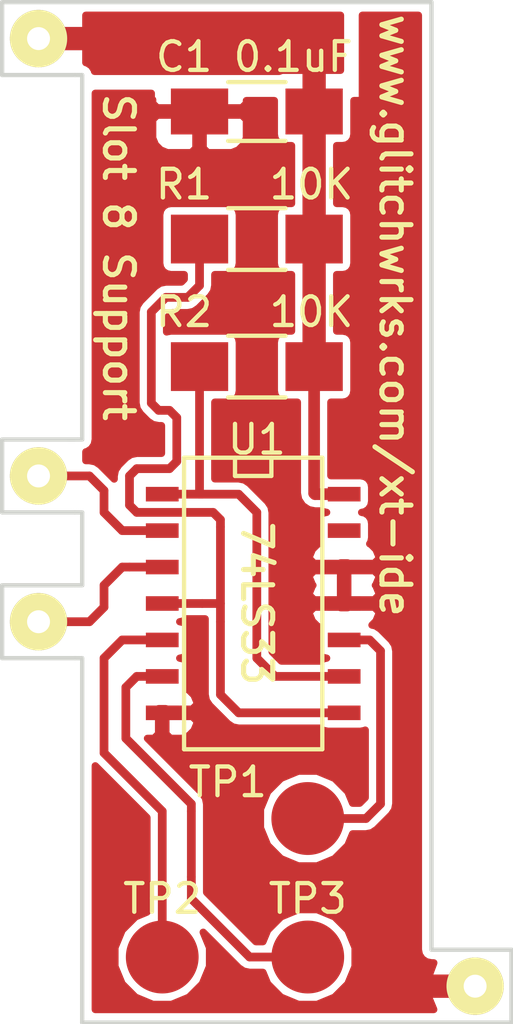
<source format=kicad_pcb>
(kicad_pcb (version 4) (host pcbnew 4.0.4-stable)

  (general
    (links 17)
    (no_connects 0)
    (area 113.957619 89.581428 136.965 128.858571)
    (thickness 1.6)
    (drawings 24)
    (tracks 75)
    (zones 0)
    (modules 11)
    (nets 10)
  )

  (page A4)
  (layers
    (0 F.Cu signal)
    (31 B.Cu signal)
    (32 B.Adhes user)
    (33 F.Adhes user)
    (34 B.Paste user)
    (35 F.Paste user)
    (36 B.SilkS user)
    (37 F.SilkS user)
    (38 B.Mask user hide)
    (39 F.Mask user)
    (40 Dwgs.User user)
    (41 Cmts.User user)
    (42 Eco1.User user)
    (43 Eco2.User user)
    (44 Edge.Cuts user)
    (45 Margin user)
    (46 B.CrtYd user)
    (47 F.CrtYd user)
    (48 B.Fab user)
    (49 F.Fab user)
  )

  (setup
    (last_trace_width 0.25)
    (user_trace_width 0.1524)
    (user_trace_width 0.2032)
    (user_trace_width 0.3048)
    (user_trace_width 0.4064)
    (user_trace_width 0.6096)
    (user_trace_width 0.8128)
    (trace_clearance 0.2)
    (zone_clearance 0.254)
    (zone_45_only no)
    (trace_min 0.1524)
    (segment_width 0.2)
    (edge_width 0.15)
    (via_size 0.6)
    (via_drill 0.4)
    (via_min_size 0.4)
    (via_min_drill 0.3)
    (uvia_size 0.3)
    (uvia_drill 0.1)
    (uvias_allowed no)
    (uvia_min_size 0)
    (uvia_min_drill 0)
    (pcb_text_width 0.3)
    (pcb_text_size 1.5 1.5)
    (mod_edge_width 0.15)
    (mod_text_size 1 1)
    (mod_text_width 0.15)
    (pad_size 1.524 1.524)
    (pad_drill 0.762)
    (pad_to_mask_clearance 0.127)
    (aux_axis_origin 0 0)
    (visible_elements FFFFFF7F)
    (pcbplotparams
      (layerselection 0x010e0_00000001)
      (usegerberextensions false)
      (excludeedgelayer true)
      (linewidth 0.100000)
      (plotframeref false)
      (viasonmask false)
      (mode 1)
      (useauxorigin false)
      (hpglpennumber 1)
      (hpglpenspeed 20)
      (hpglpendiameter 15)
      (hpglpenoverlay 2)
      (psnegative false)
      (psa4output false)
      (plotreference true)
      (plotvalue true)
      (plotinvisibletext false)
      (padsonsilk false)
      (subtractmaskfromsilk false)
      (outputformat 1)
      (mirror false)
      (drillshape 0)
      (scaleselection 1)
      (outputdirectory gerbers/silkscreen/))
  )

  (net 0 "")
  (net 1 VCC)
  (net 2 GND)
  (net 3 "Net-(R1-Pad2)")
  (net 4 "Net-(R2-Pad2)")
  (net 5 "Net-(TP1-Pad1)")
  (net 6 "Net-(TP2-Pad1)")
  (net 7 "Net-(TP3-Pad1)")
  (net 8 "Net-(/CS_ROM1-Pad1)")
  (net 9 "Net-(/MEMR1-Pad1)")

  (net_class Default "This is the default net class."
    (clearance 0.2)
    (trace_width 0.25)
    (via_dia 0.6)
    (via_drill 0.4)
    (uvia_dia 0.3)
    (uvia_drill 0.1)
    (add_net GND)
    (add_net "Net-(/CS_ROM1-Pad1)")
    (add_net "Net-(/MEMR1-Pad1)")
    (add_net "Net-(R1-Pad2)")
    (add_net "Net-(R2-Pad2)")
    (add_net "Net-(TP1-Pad1)")
    (add_net "Net-(TP2-Pad1)")
    (add_net "Net-(TP3-Pad1)")
    (add_net VCC)
  )

  (module Capacitors_SMD:C_1206_HandSoldering (layer F.Cu) (tedit 5898A193) (tstamp 57D988B4)
    (at 125.73 95.25 180)
    (descr "Capacitor SMD 1206, hand soldering")
    (tags "capacitor 1206")
    (path /57D989F8)
    (attr smd)
    (fp_text reference C1 (at 2.54 1.905 180) (layer F.SilkS)
      (effects (font (size 1 1) (thickness 0.15)))
    )
    (fp_text value 0.1uF (at -1.27 1.905 180) (layer F.SilkS)
      (effects (font (size 1 1) (thickness 0.15)))
    )
    (fp_line (start -3.3 -1.15) (end 3.3 -1.15) (layer F.CrtYd) (width 0.05))
    (fp_line (start -3.3 1.15) (end 3.3 1.15) (layer F.CrtYd) (width 0.05))
    (fp_line (start -3.3 -1.15) (end -3.3 1.15) (layer F.CrtYd) (width 0.05))
    (fp_line (start 3.3 -1.15) (end 3.3 1.15) (layer F.CrtYd) (width 0.05))
    (fp_line (start 1 -1.025) (end -1 -1.025) (layer F.SilkS) (width 0.15))
    (fp_line (start -1 1.025) (end 1 1.025) (layer F.SilkS) (width 0.15))
    (pad 1 smd rect (at -2 0 180) (size 2 1.6) (layers F.Cu F.Paste F.Mask)
      (net 1 VCC))
    (pad 2 smd rect (at 2 0 180) (size 2 1.6) (layers F.Cu F.Paste F.Mask)
      (net 2 GND))
    (model Capacitors_SMD.3dshapes/C_1206_HandSoldering.wrl
      (at (xyz 0 0 0))
      (scale (xyz 1 1 1))
      (rotate (xyz 0 0 0))
    )
  )

  (module Resistors_SMD:R_1206_HandSoldering (layer F.Cu) (tedit 57D9B5BD) (tstamp 57D988D8)
    (at 125.73 99.695 180)
    (descr "Resistor SMD 1206, hand soldering")
    (tags "resistor 1206")
    (path /57D98A6B)
    (attr smd)
    (fp_text reference R1 (at 2.54 1.905 180) (layer F.SilkS)
      (effects (font (size 1 1) (thickness 0.15)))
    )
    (fp_text value 10K (at -1.905 1.905 180) (layer F.SilkS)
      (effects (font (size 1 1) (thickness 0.15)))
    )
    (fp_line (start -3.3 -1.2) (end 3.3 -1.2) (layer F.CrtYd) (width 0.05))
    (fp_line (start -3.3 1.2) (end 3.3 1.2) (layer F.CrtYd) (width 0.05))
    (fp_line (start -3.3 -1.2) (end -3.3 1.2) (layer F.CrtYd) (width 0.05))
    (fp_line (start 3.3 -1.2) (end 3.3 1.2) (layer F.CrtYd) (width 0.05))
    (fp_line (start 1 1.075) (end -1 1.075) (layer F.SilkS) (width 0.15))
    (fp_line (start -1 -1.075) (end 1 -1.075) (layer F.SilkS) (width 0.15))
    (pad 1 smd rect (at -2 0 180) (size 2 1.7) (layers F.Cu F.Paste F.Mask)
      (net 1 VCC))
    (pad 2 smd rect (at 2 0 180) (size 2 1.7) (layers F.Cu F.Paste F.Mask)
      (net 3 "Net-(R1-Pad2)"))
    (model Resistors_SMD.3dshapes/R_1206_HandSoldering.wrl
      (at (xyz 0 0 0))
      (scale (xyz 1 1 1))
      (rotate (xyz 0 0 0))
    )
  )

  (module Resistors_SMD:R_1206_HandSoldering (layer F.Cu) (tedit 57D9B5BF) (tstamp 57D988DE)
    (at 125.73 104.14 180)
    (descr "Resistor SMD 1206, hand soldering")
    (tags "resistor 1206")
    (path /57D98AAD)
    (attr smd)
    (fp_text reference R2 (at 2.54 1.905 180) (layer F.SilkS)
      (effects (font (size 1 1) (thickness 0.15)))
    )
    (fp_text value 10K (at -1.905 1.905 180) (layer F.SilkS)
      (effects (font (size 1 1) (thickness 0.15)))
    )
    (fp_line (start -3.3 -1.2) (end 3.3 -1.2) (layer F.CrtYd) (width 0.05))
    (fp_line (start -3.3 1.2) (end 3.3 1.2) (layer F.CrtYd) (width 0.05))
    (fp_line (start -3.3 -1.2) (end -3.3 1.2) (layer F.CrtYd) (width 0.05))
    (fp_line (start 3.3 -1.2) (end 3.3 1.2) (layer F.CrtYd) (width 0.05))
    (fp_line (start 1 1.075) (end -1 1.075) (layer F.SilkS) (width 0.15))
    (fp_line (start -1 -1.075) (end 1 -1.075) (layer F.SilkS) (width 0.15))
    (pad 1 smd rect (at -2 0 180) (size 2 1.7) (layers F.Cu F.Paste F.Mask)
      (net 1 VCC))
    (pad 2 smd rect (at 2 0 180) (size 2 1.7) (layers F.Cu F.Paste F.Mask)
      (net 4 "Net-(R2-Pad2)"))
    (model Resistors_SMD.3dshapes/R_1206_HandSoldering.wrl
      (at (xyz 0 0 0))
      (scale (xyz 1 1 1))
      (rotate (xyz 0 0 0))
    )
  )

  (module SMD_Packages:SOIC-14_N (layer F.Cu) (tedit 5898A24D) (tstamp 57D988F0)
    (at 125.73 112.395 270)
    (descr "Module CMS SOJ 14 pins Large")
    (tags "CMS SOJ")
    (path /57D986CD)
    (attr smd)
    (fp_text reference U1 (at -5.715 0 360) (layer F.SilkS)
      (effects (font (size 1 1) (thickness 0.15)))
    )
    (fp_text value 74LS33 (at 0 0 270) (layer F.SilkS) hide
      (effects (font (size 1 1) (thickness 0.15)))
    )
    (fp_line (start 5.08 -2.286) (end 5.08 2.54) (layer F.SilkS) (width 0.15))
    (fp_line (start 5.08 2.54) (end -5.08 2.54) (layer F.SilkS) (width 0.15))
    (fp_line (start -5.08 2.54) (end -5.08 -2.286) (layer F.SilkS) (width 0.15))
    (fp_line (start -5.08 -2.286) (end 5.08 -2.286) (layer F.SilkS) (width 0.15))
    (fp_line (start -5.08 -0.508) (end -4.445 -0.508) (layer F.SilkS) (width 0.15))
    (fp_line (start -4.445 -0.508) (end -4.445 0.762) (layer F.SilkS) (width 0.15))
    (fp_line (start -4.445 0.762) (end -5.08 0.762) (layer F.SilkS) (width 0.15))
    (pad 1 smd rect (at -3.81 3.302 270) (size 0.508 1.143) (layers F.Cu F.Paste F.Mask)
      (net 4 "Net-(R2-Pad2)"))
    (pad 2 smd rect (at -2.54 3.302 270) (size 0.508 1.143) (layers F.Cu F.Paste F.Mask)
      (net 9 "Net-(/MEMR1-Pad1)"))
    (pad 3 smd rect (at -1.27 3.302 270) (size 0.508 1.143) (layers F.Cu F.Paste F.Mask)
      (net 8 "Net-(/CS_ROM1-Pad1)"))
    (pad 4 smd rect (at 0 3.302 270) (size 0.508 1.143) (layers F.Cu F.Paste F.Mask)
      (net 3 "Net-(R1-Pad2)"))
    (pad 5 smd rect (at 1.27 3.302 270) (size 0.508 1.143) (layers F.Cu F.Paste F.Mask)
      (net 6 "Net-(TP2-Pad1)"))
    (pad 6 smd rect (at 2.54 3.302 270) (size 0.508 1.143) (layers F.Cu F.Paste F.Mask)
      (net 7 "Net-(TP3-Pad1)"))
    (pad 7 smd rect (at 3.81 3.302 270) (size 0.508 1.143) (layers F.Cu F.Paste F.Mask)
      (net 2 GND))
    (pad 8 smd rect (at 3.81 -3.048 270) (size 0.508 1.143) (layers F.Cu F.Paste F.Mask)
      (net 3 "Net-(R1-Pad2)"))
    (pad 9 smd rect (at 2.54 -3.048 270) (size 0.508 1.143) (layers F.Cu F.Paste F.Mask)
      (net 4 "Net-(R2-Pad2)"))
    (pad 11 smd rect (at 0 -3.048 270) (size 0.508 1.143) (layers F.Cu F.Paste F.Mask)
      (net 2 GND))
    (pad 12 smd rect (at -1.27 -3.048 270) (size 0.508 1.143) (layers F.Cu F.Paste F.Mask)
      (net 2 GND))
    (pad 13 smd rect (at -2.54 -3.048 270) (size 0.508 1.143) (layers F.Cu F.Paste F.Mask))
    (pad 14 smd rect (at -3.81 -3.048 270) (size 0.508 1.143) (layers F.Cu F.Paste F.Mask)
      (net 1 VCC))
    (pad 10 smd rect (at 1.27 -3.048 270) (size 0.508 1.143) (layers F.Cu F.Paste F.Mask)
      (net 5 "Net-(TP1-Pad1)"))
    (model SMD_Packages.3dshapes/SOIC-14_N.wrl
      (at (xyz 0 0 0))
      (scale (xyz 0.5 0.4 0.5))
      (rotate (xyz 0 0 0))
    )
  )

  (module Wire_Pads:SolderWirePad_single_0-8mmDrill (layer F.Cu) (tedit 57D99FA1) (tstamp 57D99D58)
    (at 118.11 92.71 90)
    (path /57D98F25)
    (fp_text reference P6 (at 0 -2.54 90) (layer F.SilkS) hide
      (effects (font (size 1 1) (thickness 0.15)))
    )
    (fp_text value CONN_1 (at 0 2.54 90) (layer F.Fab) hide
      (effects (font (size 1 1) (thickness 0.15)))
    )
    (pad 1 thru_hole circle (at 0 0 90) (size 1.99898 1.99898) (drill 0.8001) (layers *.Cu *.Mask F.SilkS)
      (net 1 VCC))
  )

  (module Wire_Pads:SolderWirePad_single_0-8mmDrill (layer F.Cu) (tedit 57D99DFC) (tstamp 57D99D5C)
    (at 133.35 125.73 270)
    (path /57D98FA9)
    (fp_text reference P7 (at 0 -2.54 270) (layer F.SilkS) hide
      (effects (font (size 1 1) (thickness 0.15)))
    )
    (fp_text value CONN_1 (at 0 2.54 270) (layer F.Fab) hide
      (effects (font (size 1 1) (thickness 0.15)))
    )
    (pad 1 thru_hole circle (at 0 0 270) (size 1.99898 1.99898) (drill 0.8001) (layers *.Cu *.Mask F.SilkS)
      (net 2 GND))
  )

  (module testpoints:SMD_TESTPOINT (layer F.Cu) (tedit 57D9A410) (tstamp 57D9A40E)
    (at 127.508 119.888)
    (path /57D98844)
    (fp_text reference TP1 (at -2.794 -1.27) (layer F.SilkS)
      (effects (font (size 1 1) (thickness 0.15)))
    )
    (fp_text value CONN_1 (at 0 -2) (layer F.Fab) hide
      (effects (font (size 1 1) (thickness 0.15)))
    )
    (pad 1 smd circle (at 0 0) (size 2.54 2.54) (layers F.Cu F.Paste F.Mask)
      (net 5 "Net-(TP1-Pad1)"))
  )

  (module testpoints:SMD_TESTPOINT (layer F.Cu) (tedit 57D9A413) (tstamp 57D9A413)
    (at 122.428 124.714)
    (path /57D9892A)
    (fp_text reference TP2 (at 0 -2.032) (layer F.SilkS)
      (effects (font (size 1 1) (thickness 0.15)))
    )
    (fp_text value CONN_1 (at 0 -2) (layer F.Fab) hide
      (effects (font (size 1 1) (thickness 0.15)))
    )
    (pad 1 smd circle (at 0 0) (size 2.54 2.54) (layers F.Cu F.Paste F.Mask)
      (net 6 "Net-(TP2-Pad1)"))
  )

  (module testpoints:SMD_TESTPOINT (layer F.Cu) (tedit 57D9A415) (tstamp 57D9A418)
    (at 127.508 124.714)
    (path /57D9895B)
    (fp_text reference TP3 (at 0 -2.032) (layer F.SilkS)
      (effects (font (size 1 1) (thickness 0.15)))
    )
    (fp_text value CONN_1 (at 0 -2) (layer F.Fab) hide
      (effects (font (size 1 1) (thickness 0.15)))
    )
    (pad 1 smd circle (at 0 0) (size 2.54 2.54) (layers F.Cu F.Paste F.Mask)
      (net 7 "Net-(TP3-Pad1)"))
  )

  (module Wire_Pads:SolderWirePad_single_0-8mmDrill (layer F.Cu) (tedit 57D9FCEE) (tstamp 57D9FCDC)
    (at 118.11 113.03)
    (path /57D988DB)
    (fp_text reference /CS_ROM1 (at 0 -2.54) (layer F.SilkS) hide
      (effects (font (size 1 1) (thickness 0.15)))
    )
    (fp_text value CONN_1 (at 0 2.54) (layer F.Fab) hide
      (effects (font (size 1 1) (thickness 0.15)))
    )
    (pad 1 thru_hole circle (at 0 0) (size 1.99898 1.99898) (drill 0.8001) (layers *.Cu *.Mask F.SilkS)
      (net 8 "Net-(/CS_ROM1-Pad1)"))
  )

  (module Wire_Pads:SolderWirePad_single_0-8mmDrill (layer F.Cu) (tedit 57D9FCEC) (tstamp 57D9FCE1)
    (at 118.11 107.95)
    (path /57D988A6)
    (fp_text reference /MEMR1 (at 0 -2.54) (layer F.SilkS) hide
      (effects (font (size 1 1) (thickness 0.15)))
    )
    (fp_text value CONN_1 (at 0 2.54) (layer F.Fab) hide
      (effects (font (size 1 1) (thickness 0.15)))
    )
    (pad 1 thru_hole circle (at 0 0) (size 1.99898 1.99898) (drill 0.8001) (layers *.Cu *.Mask F.SilkS)
      (net 9 "Net-(/MEMR1-Pad1)"))
  )

  (gr_text 74LS33 (at 125.73 112.395 270) (layer F.SilkS)
    (effects (font (size 1.016 1.016) (thickness 0.1778)))
  )
  (gr_text "Slot 8 Support" (at 120.904 100.33 270) (layer F.SilkS)
    (effects (font (size 1.016 1.016) (thickness 0.1778)))
  )
  (gr_text www.glitchwrks.com/xt-ide (at 130.556 102.362 270) (layer F.SilkS)
    (effects (font (size 1.016 1.016) (thickness 0.1778)))
  )
  (gr_line (start 119.634 93.98) (end 119.38 93.98) (angle 90) (layer Edge.Cuts) (width 0.15))
  (gr_line (start 119.634 106.68) (end 119.126 106.68) (angle 90) (layer Edge.Cuts) (width 0.15))
  (gr_line (start 119.634 109.22) (end 119.38 109.22) (angle 90) (layer Edge.Cuts) (width 0.15))
  (gr_line (start 119.634 111.76) (end 119.38 111.76) (angle 90) (layer Edge.Cuts) (width 0.15))
  (gr_line (start 119.634 114.3) (end 119.38 114.3) (angle 90) (layer Edge.Cuts) (width 0.15))
  (gr_line (start 134.62 127) (end 119.634 127) (angle 90) (layer Edge.Cuts) (width 0.15))
  (gr_line (start 134.62 127) (end 134.62 124.46) (angle 90) (layer Edge.Cuts) (width 0.15))
  (gr_line (start 119.634 114.3) (end 119.634 127) (angle 90) (layer Edge.Cuts) (width 0.15))
  (gr_line (start 116.84 114.3) (end 119.38 114.3) (angle 90) (layer Edge.Cuts) (width 0.15))
  (gr_line (start 116.84 111.76) (end 116.84 114.3) (angle 90) (layer Edge.Cuts) (width 0.15))
  (gr_line (start 119.38 111.76) (end 116.84 111.76) (angle 90) (layer Edge.Cuts) (width 0.15))
  (gr_line (start 119.634 109.22) (end 119.634 111.76) (angle 90) (layer Edge.Cuts) (width 0.15))
  (gr_line (start 116.84 109.22) (end 119.38 109.22) (angle 90) (layer Edge.Cuts) (width 0.15))
  (gr_line (start 116.84 106.68) (end 116.84 109.22) (angle 90) (layer Edge.Cuts) (width 0.15))
  (gr_line (start 119.38 106.68) (end 116.84 106.68) (angle 90) (layer Edge.Cuts) (width 0.15))
  (gr_line (start 119.634 93.98) (end 119.634 106.68) (angle 90) (layer Edge.Cuts) (width 0.15))
  (gr_line (start 116.84 93.98) (end 119.38 93.98) (angle 90) (layer Edge.Cuts) (width 0.15))
  (gr_line (start 116.84 91.44) (end 116.84 93.98) (angle 90) (layer Edge.Cuts) (width 0.15))
  (gr_line (start 131.826 91.44) (end 116.84 91.44) (angle 90) (layer Edge.Cuts) (width 0.15))
  (gr_line (start 131.826 124.46) (end 131.826 91.44) (angle 90) (layer Edge.Cuts) (width 0.15))
  (gr_line (start 134.62 124.46) (end 131.826 124.46) (angle 90) (layer Edge.Cuts) (width 0.15))

  (segment (start 127.73 95.25) (end 127.73 92.996) (width 0.8128) (layer F.Cu) (net 1))
  (segment (start 127.73 92.996) (end 127.762 92.964) (width 0.8128) (layer F.Cu) (net 1) (tstamp 5898A147))
  (segment (start 118.11 92.71) (end 120.396 92.71) (width 0.8128) (layer F.Cu) (net 1))
  (segment (start 127.73 99.695) (end 127.73 95.25) (width 0.8128) (layer F.Cu) (net 1))
  (segment (start 127.73 104.14) (end 127.73 99.695) (width 0.8128) (layer F.Cu) (net 1))
  (segment (start 128.778 108.585) (end 127.762 108.585) (width 0.4064) (layer F.Cu) (net 1))
  (segment (start 127.762 108.585) (end 127.73 108.553) (width 0.4064) (layer F.Cu) (net 1) (tstamp 57D99A2C))
  (segment (start 127.73 108.553) (end 127.73 104.14) (width 0.4064) (layer F.Cu) (net 1) (tstamp 57D99A31))
  (segment (start 127.635 104.775) (end 127.73 104.14) (width 0.4064) (layer F.Cu) (net 1) (tstamp 57D996F2))
  (segment (start 133.35 125.73) (end 130.81 125.73) (width 0.8128) (layer F.Cu) (net 2))
  (segment (start 124.206 109.22) (end 121.539 109.22) (width 0.3048) (layer F.Cu) (net 3))
  (segment (start 124.46 109.474) (end 124.206 109.22) (width 0.3048) (layer F.Cu) (net 3) (tstamp 57D9B516))
  (segment (start 124.46 112.395) (end 124.46 109.728) (width 0.3048) (layer F.Cu) (net 3) (tstamp 57D998A6))
  (segment (start 124.46 109.728) (end 124.46 109.474) (width 0.3048) (layer F.Cu) (net 3))
  (segment (start 123.73 101.314) (end 123.73 99.695) (width 0.3048) (layer F.Cu) (net 3) (tstamp 57D9FDFB))
  (segment (start 123.317 101.727) (end 123.73 101.314) (width 0.3048) (layer F.Cu) (net 3) (tstamp 57D9FDF5))
  (segment (start 122.555 101.727) (end 123.317 101.727) (width 0.3048) (layer F.Cu) (net 3) (tstamp 57D9FDF2))
  (segment (start 122.047 102.235) (end 122.555 101.727) (width 0.3048) (layer F.Cu) (net 3) (tstamp 57D9FDED))
  (segment (start 122.047 105.41) (end 122.047 102.235) (width 0.3048) (layer F.Cu) (net 3) (tstamp 57D9FDD7))
  (segment (start 122.301 105.664) (end 122.047 105.41) (width 0.3048) (layer F.Cu) (net 3) (tstamp 57D9FDD6))
  (segment (start 122.682 105.664) (end 122.301 105.664) (width 0.3048) (layer F.Cu) (net 3) (tstamp 57D9FDD4))
  (segment (start 122.936 105.918) (end 122.682 105.664) (width 0.3048) (layer F.Cu) (net 3) (tstamp 57D9FDD2))
  (segment (start 122.936 107.442) (end 122.936 105.918) (width 0.3048) (layer F.Cu) (net 3) (tstamp 57D9FDD0))
  (segment (start 122.682 107.696) (end 122.936 107.442) (width 0.3048) (layer F.Cu) (net 3) (tstamp 57D9FDCE))
  (segment (start 121.539 107.696) (end 122.682 107.696) (width 0.3048) (layer F.Cu) (net 3) (tstamp 57D9FDCB))
  (segment (start 121.285 107.95) (end 121.539 107.696) (width 0.3048) (layer F.Cu) (net 3) (tstamp 57D9FDCA))
  (segment (start 121.285 108.966) (end 121.285 107.95) (width 0.3048) (layer F.Cu) (net 3) (tstamp 57D9FDC7))
  (segment (start 121.539 109.22) (end 121.285 108.966) (width 0.3048) (layer F.Cu) (net 3) (tstamp 57D9FDC4))
  (segment (start 124.46 112.395) (end 123.825 112.395) (width 0.3048) (layer F.Cu) (net 3))
  (segment (start 123.825 112.395) (end 122.428 112.395) (width 0.3048) (layer F.Cu) (net 3))
  (segment (start 124.46 113.03) (end 124.46 112.395) (width 0.3048) (layer F.Cu) (net 3))
  (segment (start 124.46 113.03) (end 124.46 115.57) (width 0.3048) (layer F.Cu) (net 3) (tstamp 57D994D5))
  (segment (start 124.46 115.57) (end 125.095 116.205) (width 0.3048) (layer F.Cu) (net 3) (tstamp 57D994D6))
  (segment (start 128.778 116.205) (end 125.095 116.205) (width 0.3048) (layer F.Cu) (net 3) (tstamp 57D994D7))
  (segment (start 123.73 104.14) (end 123.73 108.585) (width 0.3048) (layer F.Cu) (net 4))
  (segment (start 128.778 114.935) (end 126.365 114.935) (width 0.3048) (layer F.Cu) (net 4))
  (segment (start 126.365 114.935) (end 125.73 114.3) (width 0.3048) (layer F.Cu) (net 4) (tstamp 57D996F8))
  (segment (start 125.73 114.3) (end 125.73 109.22) (width 0.3048) (layer F.Cu) (net 4) (tstamp 57D996F9))
  (segment (start 125.73 109.22) (end 125.095 108.585) (width 0.3048) (layer F.Cu) (net 4) (tstamp 57D996FA))
  (segment (start 125.095 108.585) (end 123.73 108.585) (width 0.3048) (layer F.Cu) (net 4) (tstamp 57D996FB))
  (segment (start 123.19 108.585) (end 122.428 108.585) (width 0.3048) (layer F.Cu) (net 4))
  (segment (start 123.825 108.585) (end 123.19 108.585) (width 0.3048) (layer F.Cu) (net 4) (tstamp 57D99700))
  (segment (start 123.73 108.585) (end 123.825 108.585) (width 0.3048) (layer F.Cu) (net 4) (tstamp 57D9B68F))
  (segment (start 123.825 104.775) (end 123.73 104.14) (width 0.3048) (layer F.Cu) (net 4) (tstamp 57D996F6))
  (segment (start 130.048 114.046) (end 130.048 119.38) (width 0.3048) (layer F.Cu) (net 5))
  (segment (start 129.667 113.665) (end 130.048 114.046) (width 0.3048) (layer F.Cu) (net 5) (tstamp 57D999E7))
  (segment (start 128.778 113.665) (end 129.667 113.665) (width 0.3048) (layer F.Cu) (net 5))
  (segment (start 129.54 119.888) (end 127.508 119.888) (width 0.3048) (layer F.Cu) (net 5) (tstamp 57D9A18D))
  (segment (start 130.048 119.38) (end 129.54 119.888) (width 0.3048) (layer F.Cu) (net 5) (tstamp 57D9A18C))
  (segment (start 122.428 113.665) (end 121.031 113.665) (width 0.3048) (layer F.Cu) (net 6))
  (segment (start 122.428 119.634) (end 122.428 124.714) (width 0.3048) (layer F.Cu) (net 6) (tstamp 57D9A1E1))
  (segment (start 120.396 117.602) (end 122.428 119.634) (width 0.3048) (layer F.Cu) (net 6) (tstamp 57D9A1DB))
  (segment (start 120.396 114.3) (end 120.396 117.602) (width 0.3048) (layer F.Cu) (net 6) (tstamp 57D9A1D2))
  (segment (start 121.031 113.665) (end 120.396 114.3) (width 0.3048) (layer F.Cu) (net 6) (tstamp 57D9A1CE))
  (segment (start 123.444 121.92) (end 123.444 122.682) (width 0.3048) (layer F.Cu) (net 7))
  (segment (start 123.444 119.38) (end 121.412 117.348) (width 0.3048) (layer F.Cu) (net 7) (tstamp 57D9A1F7))
  (segment (start 122.428 114.935) (end 121.539 114.935) (width 0.3048) (layer F.Cu) (net 7))
  (segment (start 123.444 119.634) (end 123.444 121.92) (width 0.3048) (layer F.Cu) (net 7) (tstamp 57D9A1AD))
  (segment (start 121.158 117.094) (end 121.412 117.348) (width 0.3048) (layer F.Cu) (net 7) (tstamp 57D9A1A6))
  (segment (start 121.158 115.316) (end 121.158 117.094) (width 0.3048) (layer F.Cu) (net 7) (tstamp 57D9A1A1))
  (segment (start 121.539 114.935) (end 121.158 115.316) (width 0.3048) (layer F.Cu) (net 7) (tstamp 57D9A1A0))
  (segment (start 123.444 119.634) (end 123.444 119.38) (width 0.3048) (layer F.Cu) (net 7))
  (segment (start 125.476 124.714) (end 127.508 124.714) (width 0.3048) (layer F.Cu) (net 7) (tstamp 57D9A272))
  (segment (start 123.444 122.682) (end 125.476 124.714) (width 0.3048) (layer F.Cu) (net 7) (tstamp 57D9A26F))
  (segment (start 121.285 111.125) (end 121.031 111.125) (width 0.3048) (layer F.Cu) (net 8))
  (segment (start 122.428 111.125) (end 121.285 111.125) (width 0.3048) (layer F.Cu) (net 8))
  (segment (start 119.888 113.03) (end 118.11 113.03) (width 0.3048) (layer F.Cu) (net 8) (tstamp 57D99FEF))
  (segment (start 120.396 112.522) (end 119.888 113.03) (width 0.3048) (layer F.Cu) (net 8) (tstamp 57D99FEB))
  (segment (start 120.396 111.76) (end 120.396 112.522) (width 0.3048) (layer F.Cu) (net 8) (tstamp 57D99FEA))
  (segment (start 121.031 111.125) (end 120.396 111.76) (width 0.3048) (layer F.Cu) (net 8) (tstamp 57D99FE2))
  (segment (start 122.428 109.855) (end 121.031 109.855) (width 0.3048) (layer F.Cu) (net 9))
  (segment (start 119.888 107.95) (end 118.11 107.95) (width 0.3048) (layer F.Cu) (net 9) (tstamp 57D99FDD))
  (segment (start 120.396 108.458) (end 119.888 107.95) (width 0.3048) (layer F.Cu) (net 9) (tstamp 57D99FDB))
  (segment (start 120.396 109.22) (end 120.396 108.458) (width 0.3048) (layer F.Cu) (net 9) (tstamp 57D99FDA))
  (segment (start 121.031 109.855) (end 120.396 109.22) (width 0.3048) (layer F.Cu) (net 9) (tstamp 57D99FD6))

  (zone (net 2) (net_name GND) (layer F.Cu) (tstamp 57D9FC53) (hatch edge 0.508)
    (connect_pads (clearance 0.254))
    (min_thickness 0.254)
    (fill yes (arc_segments 16) (thermal_gap 0.508) (thermal_bridge_width 0.508))
    (polygon
      (pts
        (xy 131.826 124.46) (xy 134.493 124.46) (xy 134.493 127) (xy 119.634 126.873) (xy 119.634 94.488)
        (xy 122.174 94.488) (xy 122.174 94.742) (xy 129.286 94.742) (xy 129.286 91.44) (xy 131.826 91.44)
      )
    )
    (filled_polygon
      (pts
        (xy 131.37 124.46) (xy 131.404711 124.634504) (xy 131.503559 124.782441) (xy 131.651496 124.881289) (xy 131.826 124.916)
        (xy 131.908761 124.916) (xy 131.704599 125.465582) (xy 131.728659 126.115377) (xy 131.9062 126.544) (xy 120.09 126.544)
        (xy 120.09 118.050342) (xy 121.8946 119.854942) (xy 121.8946 123.148012) (xy 121.494005 123.313534) (xy 121.029166 123.777563)
        (xy 120.777287 124.384155) (xy 120.776714 125.040963) (xy 121.027534 125.647995) (xy 121.491563 126.112834) (xy 122.098155 126.364713)
        (xy 122.754963 126.365286) (xy 123.361995 126.114466) (xy 123.826834 125.650437) (xy 124.078713 125.043845) (xy 124.079286 124.387037)
        (xy 123.857197 123.849539) (xy 125.098829 125.091171) (xy 125.271877 125.206797) (xy 125.476 125.2474) (xy 125.942012 125.2474)
        (xy 126.107534 125.647995) (xy 126.571563 126.112834) (xy 127.178155 126.364713) (xy 127.834963 126.365286) (xy 128.441995 126.114466)
        (xy 128.906834 125.650437) (xy 129.158713 125.043845) (xy 129.159286 124.387037) (xy 128.908466 123.780005) (xy 128.444437 123.315166)
        (xy 127.837845 123.063287) (xy 127.181037 123.062714) (xy 126.574005 123.313534) (xy 126.109166 123.777563) (xy 125.94181 124.1806)
        (xy 125.696942 124.1806) (xy 123.9774 122.461058) (xy 123.9774 119.38) (xy 123.936797 119.175877) (xy 123.821171 119.002829)
        (xy 121.912342 117.094) (xy 122.14225 117.094) (xy 122.301 116.93525) (xy 122.301 116.332) (xy 122.555 116.332)
        (xy 122.555 116.93525) (xy 122.71375 117.094) (xy 123.12581 117.094) (xy 123.359199 116.997327) (xy 123.537827 116.818698)
        (xy 123.6345 116.585309) (xy 123.6345 116.49075) (xy 123.47575 116.332) (xy 122.555 116.332) (xy 122.301 116.332)
        (xy 122.281 116.332) (xy 122.281 116.078) (xy 122.301 116.078) (xy 122.301 116.058) (xy 122.555 116.058)
        (xy 122.555 116.078) (xy 123.47575 116.078) (xy 123.6345 115.91925) (xy 123.6345 115.824691) (xy 123.537827 115.591302)
        (xy 123.359199 115.412673) (xy 123.319134 115.396078) (xy 123.357359 115.340134) (xy 123.387964 115.189) (xy 123.387964 114.681)
        (xy 123.361397 114.53981) (xy 123.277954 114.410135) (xy 123.150634 114.323141) (xy 123.037712 114.300274) (xy 123.14069 114.280897)
        (xy 123.270365 114.197454) (xy 123.357359 114.070134) (xy 123.387964 113.919) (xy 123.387964 113.411) (xy 123.361397 113.26981)
        (xy 123.277954 113.140135) (xy 123.150634 113.053141) (xy 123.037712 113.030274) (xy 123.14069 113.010897) (xy 123.268895 112.9284)
        (xy 123.9266 112.9284) (xy 123.9266 115.57) (xy 123.967203 115.774123) (xy 124.082829 115.947171) (xy 124.717827 116.582168)
        (xy 124.717829 116.582171) (xy 124.890877 116.697797) (xy 125.095 116.738401) (xy 125.095005 116.7384) (xy 127.940537 116.7384)
        (xy 128.055366 116.816859) (xy 128.2065 116.847464) (xy 129.3495 116.847464) (xy 129.49069 116.820897) (xy 129.5146 116.805511)
        (xy 129.5146 119.159059) (xy 129.319058 119.3546) (xy 129.073988 119.3546) (xy 128.908466 118.954005) (xy 128.444437 118.489166)
        (xy 127.837845 118.237287) (xy 127.181037 118.236714) (xy 126.574005 118.487534) (xy 126.109166 118.951563) (xy 125.857287 119.558155)
        (xy 125.856714 120.214963) (xy 126.107534 120.821995) (xy 126.571563 121.286834) (xy 127.178155 121.538713) (xy 127.834963 121.539286)
        (xy 128.441995 121.288466) (xy 128.906834 120.824437) (xy 129.07419 120.4214) (xy 129.54 120.4214) (xy 129.744123 120.380797)
        (xy 129.917171 120.265171) (xy 130.425168 119.757173) (xy 130.425171 119.757171) (xy 130.507471 119.634) (xy 130.540797 119.584124)
        (xy 130.5814 119.38) (xy 130.5814 114.046) (xy 130.540797 113.841877) (xy 130.540797 113.841876) (xy 130.490499 113.7666)
        (xy 130.425171 113.668829) (xy 130.425168 113.668827) (xy 130.044171 113.287829) (xy 129.871123 113.172203) (xy 129.748679 113.147847)
        (xy 129.887827 113.008698) (xy 129.9845 112.775309) (xy 129.9845 112.68075) (xy 129.82575 112.522) (xy 128.905 112.522)
        (xy 128.905 112.542) (xy 128.651 112.542) (xy 128.651 112.522) (xy 127.73025 112.522) (xy 127.5715 112.68075)
        (xy 127.5715 112.775309) (xy 127.668173 113.008698) (xy 127.846801 113.187327) (xy 127.886866 113.203922) (xy 127.848641 113.259866)
        (xy 127.818036 113.411) (xy 127.818036 113.919) (xy 127.844603 114.06019) (xy 127.928046 114.189865) (xy 128.055366 114.276859)
        (xy 128.168288 114.299726) (xy 128.06531 114.319103) (xy 127.937105 114.4016) (xy 126.585941 114.4016) (xy 126.2634 114.079058)
        (xy 126.2634 111.41075) (xy 127.5715 111.41075) (xy 127.5715 111.505309) (xy 127.668173 111.738698) (xy 127.689475 111.76)
        (xy 127.668173 111.781302) (xy 127.5715 112.014691) (xy 127.5715 112.10925) (xy 127.73025 112.268) (xy 128.651 112.268)
        (xy 128.651 111.252) (xy 128.905 111.252) (xy 128.905 112.268) (xy 129.82575 112.268) (xy 129.9845 112.10925)
        (xy 129.9845 112.014691) (xy 129.887827 111.781302) (xy 129.866525 111.76) (xy 129.887827 111.738698) (xy 129.9845 111.505309)
        (xy 129.9845 111.41075) (xy 129.82575 111.252) (xy 128.905 111.252) (xy 128.651 111.252) (xy 127.73025 111.252)
        (xy 127.5715 111.41075) (xy 126.2634 111.41075) (xy 126.2634 109.220005) (xy 126.263401 109.22) (xy 126.222797 109.015877)
        (xy 126.222796 109.015876) (xy 126.107171 108.842829) (xy 126.107168 108.842827) (xy 125.472171 108.207829) (xy 125.299123 108.092203)
        (xy 125.095 108.0516) (xy 124.2634 108.0516) (xy 124.2634 105.378464) (xy 124.73 105.378464) (xy 124.87119 105.351897)
        (xy 125.000865 105.268454) (xy 125.087859 105.141134) (xy 125.118464 104.99) (xy 125.118464 103.29) (xy 125.091897 103.14881)
        (xy 125.008454 103.019135) (xy 124.881134 102.932141) (xy 124.73 102.901536) (xy 122.73 102.901536) (xy 122.58881 102.928103)
        (xy 122.5804 102.933515) (xy 122.5804 102.455942) (xy 122.775941 102.2604) (xy 123.317 102.2604) (xy 123.521123 102.219797)
        (xy 123.694171 102.104171) (xy 124.107171 101.691171) (xy 124.222797 101.518123) (xy 124.2634 101.314) (xy 124.2634 100.933464)
        (xy 124.73 100.933464) (xy 124.87119 100.906897) (xy 125.000865 100.823454) (xy 125.087859 100.696134) (xy 125.118464 100.545)
        (xy 125.118464 98.845) (xy 125.091897 98.70381) (xy 125.008454 98.574135) (xy 124.881134 98.487141) (xy 124.73 98.456536)
        (xy 122.73 98.456536) (xy 122.58881 98.483103) (xy 122.459135 98.566546) (xy 122.372141 98.693866) (xy 122.341536 98.845)
        (xy 122.341536 100.545) (xy 122.368103 100.68619) (xy 122.451546 100.815865) (xy 122.578866 100.902859) (xy 122.73 100.933464)
        (xy 123.1966 100.933464) (xy 123.1966 101.093058) (xy 123.096058 101.1936) (xy 122.555 101.1936) (xy 122.350876 101.234203)
        (xy 122.281563 101.280516) (xy 122.177829 101.349829) (xy 122.177827 101.349832) (xy 121.669829 101.857829) (xy 121.554203 102.030877)
        (xy 121.5136 102.235) (xy 121.5136 105.41) (xy 121.554203 105.614123) (xy 121.669829 105.787171) (xy 121.923829 106.041171)
        (xy 122.096876 106.156797) (xy 122.301 106.1974) (xy 122.4026 106.1974) (xy 122.4026 107.1626) (xy 121.539 107.1626)
        (xy 121.334876 107.203203) (xy 121.161829 107.318829) (xy 120.907829 107.572829) (xy 120.792203 107.745877) (xy 120.7516 107.95)
        (xy 120.7516 108.059259) (xy 120.265171 107.572829) (xy 120.092123 107.457203) (xy 119.888 107.4166) (xy 119.761 107.4166)
        (xy 119.761 107.110738) (xy 119.808504 107.101289) (xy 119.956441 107.002441) (xy 120.055289 106.854504) (xy 120.09 106.68)
        (xy 120.09 95.53575) (xy 122.095 95.53575) (xy 122.095 96.17631) (xy 122.191673 96.409699) (xy 122.370302 96.588327)
        (xy 122.603691 96.685) (xy 123.44425 96.685) (xy 123.603 96.52625) (xy 123.603 95.377) (xy 123.857 95.377)
        (xy 123.857 96.52625) (xy 124.01575 96.685) (xy 124.856309 96.685) (xy 125.089698 96.588327) (xy 125.268327 96.409699)
        (xy 125.365 96.17631) (xy 125.365 95.53575) (xy 125.20625 95.377) (xy 123.857 95.377) (xy 123.603 95.377)
        (xy 122.25375 95.377) (xy 122.095 95.53575) (xy 120.09 95.53575) (xy 120.09 94.615) (xy 122.047 94.615)
        (xy 122.047 94.742) (xy 122.057006 94.79141) (xy 122.085447 94.833035) (xy 122.095 94.839182) (xy 122.095 94.96425)
        (xy 122.25375 95.123) (xy 123.603 95.123) (xy 123.603 95.103) (xy 123.857 95.103) (xy 123.857 95.123)
        (xy 125.20625 95.123) (xy 125.365 94.96425) (xy 125.365 94.869) (xy 126.341536 94.869) (xy 126.341536 96.05)
        (xy 126.368103 96.19119) (xy 126.451546 96.320865) (xy 126.578866 96.407859) (xy 126.73 96.438464) (xy 126.9426 96.438464)
        (xy 126.9426 98.456536) (xy 126.73 98.456536) (xy 126.58881 98.483103) (xy 126.459135 98.566546) (xy 126.372141 98.693866)
        (xy 126.341536 98.845) (xy 126.341536 100.545) (xy 126.368103 100.68619) (xy 126.451546 100.815865) (xy 126.578866 100.902859)
        (xy 126.73 100.933464) (xy 126.9426 100.933464) (xy 126.9426 102.901536) (xy 126.73 102.901536) (xy 126.58881 102.928103)
        (xy 126.459135 103.011546) (xy 126.372141 103.138866) (xy 126.341536 103.29) (xy 126.341536 104.99) (xy 126.368103 105.13119)
        (xy 126.451546 105.260865) (xy 126.578866 105.347859) (xy 126.73 105.378464) (xy 127.1458 105.378464) (xy 127.1458 108.553)
        (xy 127.19027 108.776564) (xy 127.271116 108.897559) (xy 127.316908 108.966092) (xy 127.348908 108.998092) (xy 127.538436 109.12473)
        (xy 127.762 109.1692) (xy 128.014886 109.1692) (xy 128.055366 109.196859) (xy 128.168288 109.219726) (xy 128.06531 109.239103)
        (xy 127.935635 109.322546) (xy 127.848641 109.449866) (xy 127.818036 109.601) (xy 127.818036 110.109) (xy 127.844603 110.25019)
        (xy 127.886972 110.316034) (xy 127.846801 110.332673) (xy 127.668173 110.511302) (xy 127.5715 110.744691) (xy 127.5715 110.83925)
        (xy 127.73025 110.998) (xy 128.651 110.998) (xy 128.651 110.978) (xy 128.905 110.978) (xy 128.905 110.998)
        (xy 129.82575 110.998) (xy 129.9845 110.83925) (xy 129.9845 110.744691) (xy 129.887827 110.511302) (xy 129.709199 110.332673)
        (xy 129.669134 110.316078) (xy 129.707359 110.260134) (xy 129.737964 110.109) (xy 129.737964 109.601) (xy 129.711397 109.45981)
        (xy 129.627954 109.330135) (xy 129.500634 109.243141) (xy 129.387712 109.220274) (xy 129.49069 109.200897) (xy 129.620365 109.117454)
        (xy 129.707359 108.990134) (xy 129.737964 108.839) (xy 129.737964 108.331) (xy 129.711397 108.18981) (xy 129.627954 108.060135)
        (xy 129.500634 107.973141) (xy 129.3495 107.942536) (xy 128.3142 107.942536) (xy 128.3142 105.378464) (xy 128.73 105.378464)
        (xy 128.87119 105.351897) (xy 129.000865 105.268454) (xy 129.087859 105.141134) (xy 129.118464 104.99) (xy 129.118464 103.29)
        (xy 129.091897 103.14881) (xy 129.008454 103.019135) (xy 128.881134 102.932141) (xy 128.73 102.901536) (xy 128.5174 102.901536)
        (xy 128.5174 100.933464) (xy 128.73 100.933464) (xy 128.87119 100.906897) (xy 129.000865 100.823454) (xy 129.087859 100.696134)
        (xy 129.118464 100.545) (xy 129.118464 98.845) (xy 129.091897 98.70381) (xy 129.008454 98.574135) (xy 128.881134 98.487141)
        (xy 128.73 98.456536) (xy 128.5174 98.456536) (xy 128.5174 96.438464) (xy 128.73 96.438464) (xy 128.87119 96.411897)
        (xy 129.000865 96.328454) (xy 129.087859 96.201134) (xy 129.118464 96.05) (xy 129.118464 94.869) (xy 129.286 94.869)
        (xy 129.33541 94.858994) (xy 129.377035 94.830553) (xy 129.404315 94.788159) (xy 129.413 94.742) (xy 129.413 91.896)
        (xy 131.37 91.896)
      )
    )
    (filled_polygon
      (pts
        (xy 133.543748 125.715858) (xy 133.529605 125.73) (xy 133.543748 125.744142) (xy 133.364142 125.923748) (xy 133.35 125.909605)
        (xy 133.335858 125.923748) (xy 133.156252 125.744142) (xy 133.170395 125.73) (xy 133.156252 125.715858) (xy 133.335858 125.536252)
        (xy 133.35 125.550395) (xy 133.364142 125.536252)
      )
    )
  )
  (zone (net 1) (net_name VCC) (layer F.Cu) (tstamp 5898A022) (hatch edge 0.508)
    (connect_pads (clearance 0.254))
    (min_thickness 0.254)
    (fill yes (arc_segments 16) (thermal_gap 0.508) (thermal_bridge_width 0.508))
    (polygon
      (pts
        (xy 128.778 93.98) (xy 119.634 93.98) (xy 119.634 91.44) (xy 128.778 91.44) (xy 128.778 91.694)
      )
    )
    (filled_polygon
      (pts
        (xy 128.651 93.815) (xy 128.01575 93.815) (xy 127.97775 93.853) (xy 127.48225 93.853) (xy 127.44425 93.815)
        (xy 126.603691 93.815) (xy 126.511951 93.853) (xy 120.064738 93.853) (xy 120.055289 93.805496) (xy 119.956441 93.657559)
        (xy 119.808504 93.558711) (xy 119.761 93.549262) (xy 119.761 91.896) (xy 128.651 91.896)
      )
    )
  )
  (zone (net 0) (net_name "") (layer B.Mask) (tstamp 5898AE93) (hatch edge 0.508)
    (connect_pads (clearance 0.254))
    (min_thickness 0.254)
    (fill yes (arc_segments 16) (thermal_gap 0.508) (thermal_bridge_width 0.508))
    (polygon
      (pts
        (xy 131.826 124.46) (xy 134.62 124.46) (xy 134.62 127) (xy 119.634 127) (xy 119.634 114.3)
        (xy 116.84 114.3) (xy 116.84 111.76) (xy 119.634 111.76) (xy 119.634 109.22) (xy 116.84 109.22)
        (xy 116.84 106.68) (xy 119.634 106.68) (xy 119.634 93.98) (xy 116.84 93.98) (xy 116.84 91.44)
        (xy 131.826 91.44)
      )
    )
    (filled_polygon
      (pts
        (xy 131.699 124.46) (xy 131.709006 124.50941) (xy 131.737447 124.551035) (xy 131.779841 124.578315) (xy 131.826 124.587)
        (xy 134.493 124.587) (xy 134.493 126.873) (xy 119.761 126.873) (xy 119.761 114.3) (xy 119.750994 114.25059)
        (xy 119.722553 114.208965) (xy 119.680159 114.181685) (xy 119.634 114.173) (xy 116.967 114.173) (xy 116.967 111.887)
        (xy 119.634 111.887) (xy 119.68341 111.876994) (xy 119.725035 111.848553) (xy 119.752315 111.806159) (xy 119.761 111.76)
        (xy 119.761 109.22) (xy 119.750994 109.17059) (xy 119.722553 109.128965) (xy 119.680159 109.101685) (xy 119.634 109.093)
        (xy 116.967 109.093) (xy 116.967 106.807) (xy 119.634 106.807) (xy 119.68341 106.796994) (xy 119.725035 106.768553)
        (xy 119.752315 106.726159) (xy 119.761 106.68) (xy 119.761 93.98) (xy 119.750994 93.93059) (xy 119.722553 93.888965)
        (xy 119.680159 93.861685) (xy 119.634 93.853) (xy 116.967 93.853) (xy 116.967 91.567) (xy 131.699 91.567)
      )
    )
  )
)

</source>
